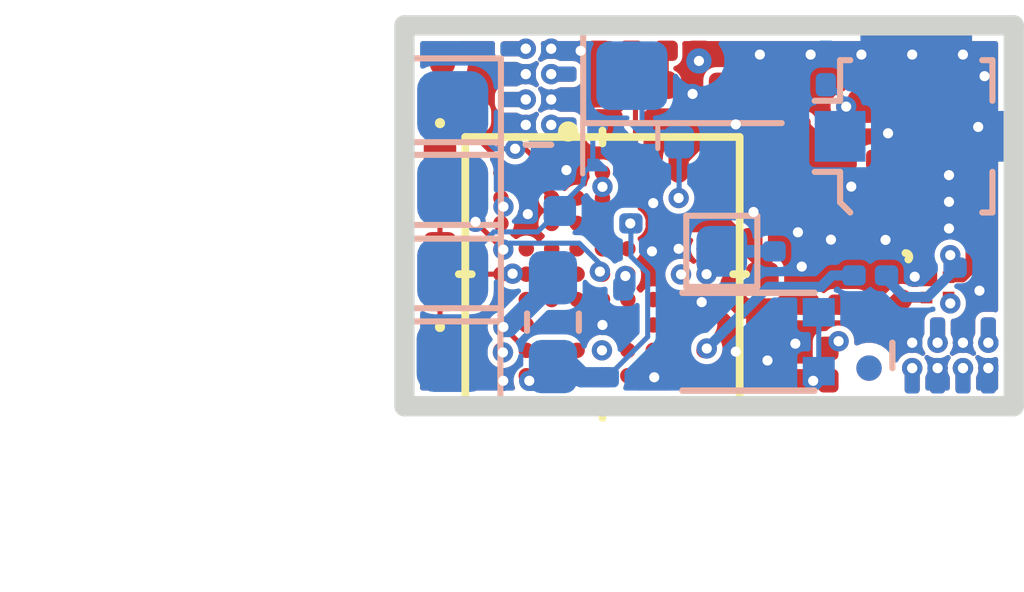
<source format=kicad_pcb>
(kicad_pcb (version 20171130) (host pcbnew "(5.1.4)-1")
  (layers (0 F.Cu signal) (1 In1.Cu_Gnd signal) (2 In2.Cu_3V3 signal) (31 B.Cu signal) (34 B.Paste user) (35 F.Paste user) (36 B.SilkS user hide) (37 F.SilkS user) (38 B.Mask user) (39 F.Mask user) (44 Edge.Cuts user))
  (net 0 "")
  (net 1 GND)
  (net 2 VDDRF1V5)
  (net 3 VR_PA)
  (net 4 3.3-5V_IN)
  (net 5 BIND_BUT)
  (net 6 +3V3)
  (net 7 "Net-(C8-Pad1)")
  (net 8 "Net-(C13-Pad2)")
  (net 9 "Net-(C14-Pad2)")
  (net 10 "Net-(C15-Pad1)")
  (net 11 XI)
  (net 12 "Net-(C18-Pad2)")
  (net 13 "Net-(C18-Pad1)")
  (net 14 "Net-(C19-Pad1)")
  (net 15 RFI_N)
  (net 16 RF2)
  (net 17 RFI_P)
  (net 18 XO)
  (net 19 RF1)
  (net 20 "Net-(C26-Pad1)")
  (net 21 "Net-(D1-Pad1)")
  (net 22 "Net-(D2-Pad1)")
  (net 23 "Net-(L1-Pad1)")
  (net 24 LED1)
  (net 25 LED2)
  (net 26 Boot0)
  (net 27 RFSW_CRTL)
  (net 28 UART_RX)
  (net 29 UART_TX)
  (net 30 "Net-(U1-PadB3)")
  (net 31 "Net-(U1-PadB4)")
  (net 32 "Net-(U1-PadB6)")
  (net 33 "Net-(U1-PadB9)")
  (net 34 "Net-(U1-PadC2)")
  (net 35 "Net-(U1-PadC3)")
  (net 36 "Net-(U1-PadC4)")
  (net 37 "Net-(U1-PadC5)")
  (net 38 "Net-(U1-PadC6)")
  (net 39 "Net-(U1-PadC7)")
  (net 40 "Net-(U1-PadD2)")
  (net 41 "Net-(U1-PadD3)")
  (net 42 "Net-(U1-PadD4)")
  (net 43 "Net-(U1-PadD5)")
  (net 44 "Net-(U1-PadD6)")
  (net 45 "Net-(U1-PadD8)")
  (net 46 "Net-(U1-PadE4)")
  (net 47 "Net-(U1-PadE6)")
  (net 48 "Net-(U1-PadE7)")
  (net 49 "Net-(U1-PadF1)")
  (net 50 "Net-(U1-PadF2)")
  (net 51 "Net-(U1-PadF4)")
  (net 52 "Net-(U1-PadF6)")
  (net 53 "Net-(U1-PadG2)")
  (net 54 "Net-(U1-PadG3)")
  (net 55 "Net-(U1-PadG4)")
  (net 56 "Net-(U1-PadH2)")
  (net 57 "Net-(U1-PadH3)")
  (net 58 "Net-(U1-PadH4)")
  (net 59 "Net-(U1-PadJ3)")
  (net 60 "Net-(U1-PadJ8)")
  (net 61 "Net-(U1-PadH1)")
  (net 62 "Net-(U1-PadC1)")
  (net 63 "Net-(U1-PadE1)")
  (net 64 "Net-(U1-PadF3)")
  (net 65 "Net-(U1-PadD7)")
  (module ftprnts:BGS12PL6E6327XTSA1 (layer F.Cu) (at 130.5 55.96)
    (fp_text reference U3 hide)
    (fp_text value BGS12PL6E6327XTSA1 hide)
    (pad 1 smd rect (at -0.2159 -0.399999) (size 0.2286 0.2286) (layers F.Cu F.Paste F.Mask) (net 16 RF2))
    (pad 2 smd rect (at -0.2159 0) (size 0.2286 0.2286) (layers F.Cu F.Paste F.Mask) (net 1 GND))
    (pad 3 smd rect (at -0.2159 0.399999) (size 0.2286 0.2286) (layers F.Cu F.Paste F.Mask) (net 19 RF1))
    (pad 4 smd rect (at 0.2159 0.399999) (size 0.2286 0.2286) (layers F.Cu F.Paste F.Mask) (net 6 +3V3))
    (pad 5 smd rect (at 0.2159 0) (size 0.2286 0.2286) (layers F.Cu F.Paste F.Mask) (net 13 "Net-(C18-Pad1)"))
    (pad 6 smd rect (at 0.2159 -0.399999) (size 0.2286 0.2286) (layers F.Cu F.Paste F.Mask) (net 8 "Net-(C13-Pad2)"))
  )
  (module Inductor_SMD:L_0603_1608Metric_Pad1.05x0.95mm_HandSolder (layer B.Cu) (at 122.925 56.845 270)
    (fp_text reference L1 hide)
    (fp_text value 15µH hide)
    (pad 2 smd roundrect (at 0.875 0 270) (size 1.05 0.95) (layers B.Cu B.Paste B.Mask) (net 2 VDDRF1V5))
    (pad 1 smd roundrect (at -0.875 0 270) (size 1.05 0.95) (layers B.Cu B.Paste B.Mask) (net 23 "Net-(L1-Pad1)"))
  )
  (module ftprnts:LED_0402_1005Metric_dense (layer F.Cu) (at 120.7 55.85 90)
    (fp_text reference D2 hide)
    (fp_text value LED_WHITE hide)
    (pad 2 smd roundrect (at 0.485 0 90) (size 0.59 0.64) (layers F.Cu F.Paste F.Mask) (net 6 +3V3))
    (pad 1 smd roundrect (at -0.485 0 90) (size 0.59 0.64) (layers F.Cu F.Paste F.Mask) (net 22 "Net-(D2-Pad1)"))
  )
  (module ftprnts:LED_0402_1005Metric_dense (layer F.Cu) (at 120.7 54.015 270)
    (fp_text reference D1 hide)
    (fp_text value LED_BLUE hide)
    (pad 2 smd roundrect (at 0.485 0 270) (size 0.59 0.64) (layers F.Cu F.Paste F.Mask) (net 6 +3V3))
    (pad 1 smd roundrect (at -0.485 0 270) (size 0.59 0.64) (layers F.Cu F.Paste F.Mask) (net 21 "Net-(D1-Pad1)"))
  )
  (module ftprnts:STM32WLE5JBI6 (layer F.Cu) (at 123.9 55.9 90)
    (fp_text reference U1 hide)
    (fp_text value STM32WLE5JBI6 hide)
    (pad A1 smd circle (at -2 -2 90) (size 0.3048 0.3048) (layers F.Cu F.Paste F.Mask) (net 1 GND))
    (pad A2 smd circle (at -1.5 -2 90) (size 0.3048 0.3048) (layers F.Cu F.Paste F.Mask) (net 6 +3V3))
    (pad A4 smd circle (at -0.5 -2 90) (size 0.3048 0.3048) (layers F.Cu F.Paste F.Mask) (net 25 LED2))
    (pad A5 smd circle (at 0 -2 90) (size 0.3048 0.3048) (layers F.Cu F.Paste F.Mask) (net 6 +3V3))
    (pad A7 smd circle (at 1 -2 90) (size 0.3048 0.3048) (layers F.Cu F.Paste F.Mask) (net 6 +3V3))
    (pad A8 smd circle (at 1.5 -2 90) (size 0.3048 0.3048) (layers F.Cu F.Paste F.Mask) (net 6 +3V3))
    (pad A9 smd circle (at 2 -2 90) (size 0.3048 0.3048) (layers F.Cu F.Paste F.Mask) (net 24 LED1))
    (pad B1 smd circle (at -2 -1.5 90) (size 0.3048 0.3048) (layers F.Cu F.Paste F.Mask) (net 2 VDDRF1V5))
    (pad B2 smd circle (at -1.5 -1.5 90) (size 0.3048 0.3048) (layers F.Cu F.Paste F.Mask) (net 23 "Net-(L1-Pad1)"))
    (pad B3 smd circle (at -1 -1.5 90) (size 0.3048 0.3048) (layers F.Cu F.Paste F.Mask) (net 30 "Net-(U1-PadB3)"))
    (pad B4 smd circle (at -0.5 -1.5 90) (size 0.3048 0.3048) (layers F.Cu F.Paste F.Mask) (net 31 "Net-(U1-PadB4)"))
    (pad B5 smd circle (at 0 -1.5 90) (size 0.3048 0.3048) (layers F.Cu F.Paste F.Mask) (net 6 +3V3))
    (pad B6 smd circle (at 0.5 -1.5 90) (size 0.3048 0.3048) (layers F.Cu F.Paste F.Mask) (net 32 "Net-(U1-PadB6)"))
    (pad B7 smd circle (at 1 -1.5 90) (size 0.3048 0.3048) (layers F.Cu F.Paste F.Mask) (net 1 GND))
    (pad B8 smd circle (at 1.5 -1.5 90) (size 0.3048 0.3048) (layers F.Cu F.Paste F.Mask) (net 1 GND))
    (pad B9 smd circle (at 2 -1.5 90) (size 0.3048 0.3048) (layers F.Cu F.Paste F.Mask) (net 33 "Net-(U1-PadB9)"))
    (pad C1 smd circle (at -2 -1 90) (size 0.3048 0.3048) (layers F.Cu F.Paste F.Mask) (net 62 "Net-(U1-PadC1)"))
    (pad C2 smd circle (at -1.5 -1 90) (size 0.3048 0.3048) (layers F.Cu F.Paste F.Mask) (net 34 "Net-(U1-PadC2)"))
    (pad C3 smd circle (at -1 -1 90) (size 0.3048 0.3048) (layers F.Cu F.Paste F.Mask) (net 35 "Net-(U1-PadC3)"))
    (pad C4 smd circle (at -0.5 -1 90) (size 0.3048 0.3048) (layers F.Cu F.Paste F.Mask) (net 36 "Net-(U1-PadC4)"))
    (pad C5 smd circle (at 0 -1 90) (size 0.3048 0.3048) (layers F.Cu F.Paste F.Mask) (net 37 "Net-(U1-PadC5)"))
    (pad C6 smd circle (at 0.5 -1 90) (size 0.3048 0.3048) (layers F.Cu F.Paste F.Mask) (net 38 "Net-(U1-PadC6)"))
    (pad C7 smd circle (at 1 -1 90) (size 0.3048 0.3048) (layers F.Cu F.Paste F.Mask) (net 39 "Net-(U1-PadC7)"))
    (pad C8 smd circle (at 1.5 -1 90) (size 0.3048 0.3048) (layers F.Cu F.Paste F.Mask) (net 28 UART_RX))
    (pad D2 smd circle (at -1.5 -0.5 90) (size 0.3048 0.3048) (layers F.Cu F.Paste F.Mask) (net 40 "Net-(U1-PadD2)"))
    (pad D3 smd circle (at -1 -0.5 90) (size 0.3048 0.3048) (layers F.Cu F.Paste F.Mask) (net 41 "Net-(U1-PadD3)"))
    (pad D4 smd circle (at -0.5 -0.5 90) (size 0.3048 0.3048) (layers F.Cu F.Paste F.Mask) (net 42 "Net-(U1-PadD4)"))
    (pad D5 smd circle (at 0 -0.5 90) (size 0.3048 0.3048) (layers F.Cu F.Paste F.Mask) (net 43 "Net-(U1-PadD5)"))
    (pad D6 smd circle (at 0.5 -0.5 90) (size 0.3048 0.3048) (layers F.Cu F.Paste F.Mask) (net 44 "Net-(U1-PadD6)"))
    (pad D7 smd circle (at 1 -0.5 90) (size 0.3048 0.3048) (layers F.Cu F.Paste F.Mask) (net 65 "Net-(U1-PadD7)"))
    (pad D8 smd circle (at 1.5 -0.5 90) (size 0.3048 0.3048) (layers F.Cu F.Paste F.Mask) (net 45 "Net-(U1-PadD8)"))
    (pad D9 smd circle (at 2 -0.5 90) (size 0.3048 0.3048) (layers F.Cu F.Paste F.Mask) (net 1 GND))
    (pad E1 smd circle (at -2 0 90) (size 0.3048 0.3048) (layers F.Cu F.Paste F.Mask) (net 63 "Net-(U1-PadE1)"))
    (pad E2 smd circle (at -1.5 0 90) (size 0.3048 0.3048) (layers F.Cu F.Paste F.Mask) (net 6 +3V3))
    (pad E3 smd circle (at -1 0 90) (size 0.3048 0.3048) (layers F.Cu F.Paste F.Mask) (net 1 GND))
    (pad E4 smd circle (at -0.5 0 90) (size 0.3048 0.3048) (layers F.Cu F.Paste F.Mask) (net 46 "Net-(U1-PadE4)"))
    (pad E5 smd circle (at 0 0 90) (size 0.3048 0.3048) (layers F.Cu F.Paste F.Mask) (net 29 UART_TX))
    (pad E6 smd circle (at 0.5 0 90) (size 0.3048 0.3048) (layers F.Cu F.Paste F.Mask) (net 47 "Net-(U1-PadE6)"))
    (pad E7 smd circle (at 1 0 90) (size 0.3048 0.3048) (layers F.Cu F.Paste F.Mask) (net 48 "Net-(U1-PadE7)"))
    (pad E8 smd circle (at 1.5 0 90) (size 0.3048 0.3048) (layers F.Cu F.Paste F.Mask) (net 6 +3V3))
    (pad E9 smd circle (at 2 0 90) (size 0.3048 0.3048) (layers F.Cu F.Paste F.Mask) (net 6 +3V3))
    (pad F1 smd circle (at -2 0.5 90) (size 0.3048 0.3048) (layers F.Cu F.Paste F.Mask) (net 49 "Net-(U1-PadF1)"))
    (pad F2 smd circle (at -1.5 0.5 90) (size 0.3048 0.3048) (layers F.Cu F.Paste F.Mask) (net 50 "Net-(U1-PadF2)"))
    (pad F3 smd circle (at -1 0.5 90) (size 0.3048 0.3048) (layers F.Cu F.Paste F.Mask) (net 64 "Net-(U1-PadF3)"))
    (pad F4 smd circle (at -0.5 0.5 90) (size 0.3048 0.3048) (layers F.Cu F.Paste F.Mask) (net 51 "Net-(U1-PadF4)"))
    (pad F5 smd circle (at 0 0.5 90) (size 0.3048 0.3048) (layers F.Cu F.Paste F.Mask) (net 7 "Net-(C8-Pad1)"))
    (pad F6 smd circle (at 0.5 0.5 90) (size 0.3048 0.3048) (layers F.Cu F.Paste F.Mask) (net 52 "Net-(U1-PadF6)"))
    (pad F7 smd circle (at 1 0.5 90) (size 0.3048 0.3048) (layers F.Cu F.Paste F.Mask) (net 2 VDDRF1V5))
    (pad F8 smd circle (at 1.5 0.5 90) (size 0.3048 0.3048) (layers F.Cu F.Paste F.Mask) (net 18 XO))
    (pad G2 smd circle (at -1.5 1 90) (size 0.3048 0.3048) (layers F.Cu F.Paste F.Mask) (net 53 "Net-(U1-PadG2)"))
    (pad G3 smd circle (at -1 1 90) (size 0.3048 0.3048) (layers F.Cu F.Paste F.Mask) (net 54 "Net-(U1-PadG3)"))
    (pad G4 smd circle (at -0.5 1 90) (size 0.3048 0.3048) (layers F.Cu F.Paste F.Mask) (net 55 "Net-(U1-PadG4)"))
    (pad G5 smd circle (at 0 1 90) (size 0.3048 0.3048) (layers F.Cu F.Paste F.Mask) (net 1 GND))
    (pad G6 smd circle (at 0.5 1 90) (size 0.3048 0.3048) (layers F.Cu F.Paste F.Mask) (net 1 GND))
    (pad G7 smd circle (at 1 1 90) (size 0.3048 0.3048) (layers F.Cu F.Paste F.Mask) (net 1 GND))
    (pad G8 smd circle (at 1.5 1 90) (size 0.3048 0.3048) (layers F.Cu F.Paste F.Mask) (net 1 GND))
    (pad G9 smd circle (at 2 1 90) (size 0.3048 0.3048) (layers F.Cu F.Paste F.Mask) (net 11 XI))
    (pad H1 smd circle (at -2 1.5 90) (size 0.3048 0.3048) (layers F.Cu F.Paste F.Mask) (net 61 "Net-(U1-PadH1)"))
    (pad H2 smd circle (at -1.5 1.5 90) (size 0.3048 0.3048) (layers F.Cu F.Paste F.Mask) (net 56 "Net-(U1-PadH2)"))
    (pad H3 smd circle (at -1 1.5 90) (size 0.3048 0.3048) (layers F.Cu F.Paste F.Mask) (net 57 "Net-(U1-PadH3)"))
    (pad H4 smd circle (at -0.5 1.5 90) (size 0.3048 0.3048) (layers F.Cu F.Paste F.Mask) (net 58 "Net-(U1-PadH4)"))
    (pad H5 smd circle (at 0 1.5 90) (size 0.3048 0.3048) (layers F.Cu F.Paste F.Mask) (net 6 +3V3))
    (pad H6 smd circle (at 0.5 1.5 90) (size 0.3048 0.3048) (layers F.Cu F.Paste F.Mask) (net 1 GND))
    (pad H7 smd circle (at 1 1.5 90) (size 0.3048 0.3048) (layers F.Cu F.Paste F.Mask) (net 15 RFI_N))
    (pad H8 smd circle (at 1.5 1.5 90) (size 0.3048 0.3048) (layers F.Cu F.Paste F.Mask) (net 6 +3V3))
    (pad H9 smd circle (at 2 1.5 90) (size 0.3048 0.3048) (layers F.Cu F.Paste F.Mask) (net 3 VR_PA))
    (pad J1 smd circle (at -2 2 90) (size 0.3048 0.3048) (layers F.Cu F.Paste F.Mask) (net 5 BIND_BUT))
    (pad J2 smd circle (at -1.5 2 90) (size 0.3048 0.3048) (layers F.Cu F.Paste F.Mask) (net 27 RFSW_CRTL))
    (pad J3 smd circle (at -1 2 90) (size 0.3048 0.3048) (layers F.Cu F.Paste F.Mask) (net 59 "Net-(U1-PadJ3)"))
    (pad J5 smd circle (at 0 2 90) (size 0.3048 0.3048) (layers F.Cu F.Paste F.Mask) (net 26 Boot0))
    (pad J6 smd circle (at 0.5 2 90) (size 0.3048 0.3048) (layers F.Cu F.Paste F.Mask) (net 17 RFI_P))
    (pad J8 smd circle (at 1.5 2 90) (size 0.3048 0.3048) (layers F.Cu F.Paste F.Mask) (net 60 "Net-(U1-PadJ8)"))
    (pad J9 smd circle (at 2 2 90) (size 0.3048 0.3048) (layers F.Cu F.Paste F.Mask) (net 9 "Net-(C14-Pad2)"))
  )
  (module Capacitor_Tantalum_SMD:CP_EIA-3216-18_Kemet-A (layer B.Cu) (at 125.83 51.99)
    (fp_text reference C12 hide)
    (fp_text value 100uF hide)
    (pad 1 smd roundrect (at -1.35 0) (size 1.4 1.35) (layers B.Cu B.Paste B.Mask) (roundrect_rratio 0.185185) (net 6 +3V3))
    (pad 2 smd roundrect (at 1.35 0) (size 1.4 1.35) (layers B.Cu B.Paste B.Mask) (roundrect_rratio 0.185185) (net 1 GND))
  )
  (module Connector_Coaxial:U.FL_Molex_MCRF_73412-0110_Vertical (layer B.Cu) (at 130.08 53.185 90)
    (fp_text reference J1 hide)
    (fp_text value u.fl hide)
    (pad 2 smd rect (at -1.475 0 90) (size 1.05 2.2) (layers B.Cu B.Paste B.Mask) (net 1 GND))
    (pad 2 smd rect (at 1.475 0 90) (size 1.05 2.2) (layers B.Cu B.Paste B.Mask) (net 1 GND))
    (pad 2 smd rect (at 0 1.5 90) (size 1 1) (layers B.Cu B.Paste B.Mask) (net 1 GND))
    (pad 1 smd rect (at 0 -1.5 90) (size 1 1) (layers B.Cu B.Paste B.Mask) (net 20 "Net-(C26-Pad1)"))
  )
  (module ftprnts:EVPBL9A2B000 (layer B.Cu) (at 126.775 57.23 180)
    (fp_text reference SW1 hide)
    (fp_text value SW_Push hide)
    (pad 1 smd rect (at -1.385 0.58 180) (size 0.63 0.56) (layers B.Cu B.Paste B.Mask) (net 5 BIND_BUT))
    (pad 1 smd rect (at -1.385 -0.58 180) (size 0.63 0.56) (layers B.Cu B.Paste B.Mask) (net 5 BIND_BUT))
    (pad 2 smd rect (at 1.385 0.58 180) (size 0.63 0.56) (layers B.Cu B.Paste B.Mask) (net 1 GND))
    (pad 2 smd rect (at 1.385 -0.58 180) (size 0.63 0.56) (layers B.Cu B.Paste B.Mask) (net 1 GND))
  )
  (module ftprnts:R_0201_0603Metric_dense (layer B.Cu) (at 129.175 55.925 180)
    (fp_text reference R5 hide)
    (fp_text value 100R hide)
    (pad 2 smd roundrect (at 0.32 0 180) (size 0.46 0.4) (layers B.Cu B.Mask) (net 27 RFSW_CRTL))
    (pad 1 smd roundrect (at -0.32 0 180) (size 0.46 0.4) (layers B.Cu B.Mask) (net 8 "Net-(C13-Pad2)"))
  )
  (module ftprnts:R_0201_0603Metric_dense (layer B.Cu) (at 127.6 55.45 180)
    (fp_text reference R4 hide)
    (fp_text value 10k hide)
    (pad 2 smd roundrect (at 0.32 0 180) (size 0.46 0.4) (layers B.Cu B.Mask) (net 26 Boot0))
    (pad 1 smd roundrect (at -0.32 0 180) (size 0.46 0.4) (layers B.Cu B.Mask) (net 1 GND))
  )
  (module ftprnts:R_0201_0603Metric_dense (layer F.Cu) (at 128.35 57.68 90)
    (fp_text reference R3 hide)
    (fp_text value 10k hide)
    (pad 2 smd roundrect (at 0.32 0 90) (size 0.46 0.4) (layers F.Cu F.Mask) (net 6 +3V3))
    (pad 1 smd roundrect (at -0.32 0 90) (size 0.46 0.4) (layers F.Cu F.Mask) (net 5 BIND_BUT))
  )
  (module ftprnts:R_0201_0603Metric_dense (layer F.Cu) (at 120.7 57.4 90)
    (fp_text reference R2 hide)
    (fp_text value 270R hide)
    (pad 2 smd roundrect (at 0.32 0 90) (size 0.46 0.4) (layers F.Cu F.Mask) (net 22 "Net-(D2-Pad1)"))
    (pad 1 smd roundrect (at -0.32 0 90) (size 0.46 0.4) (layers F.Cu F.Mask) (net 25 LED2))
  )
  (module ftprnts:R_0201_0603Metric_dense (layer F.Cu) (at 121.05 52.8 180)
    (fp_text reference R1 hide)
    (fp_text value 270R hide)
    (pad 2 smd roundrect (at 0.32 0 180) (size 0.46 0.4) (layers F.Cu F.Mask) (net 21 "Net-(D1-Pad1)"))
    (pad 1 smd roundrect (at -0.32 0 180) (size 0.46 0.4) (layers F.Cu F.Mask) (net 24 LED1))
  )
  (module ftprnts:L_0402_1005Metric_dense (layer B.Cu) (at 125.895 53.3)
    (fp_text reference C5 hide)
    (fp_text value 10µF hide)
    (pad 2 smd roundrect (at 0.485 0) (size 0.59 0.64) (layers B.Cu B.Paste B.Mask) (net 1 GND))
    (pad 1 smd roundrect (at -0.485 0) (size 0.59 0.64) (layers B.Cu B.Paste B.Mask) (net 6 +3V3))
  )
  (module ftprnts:L_0402_1005Metric_dense (layer B.Cu) (at 123.06 54.17 90)
    (fp_text reference C3 hide)
    (fp_text value 10µF hide)
    (pad 2 smd roundrect (at 0.485 0 90) (size 0.59 0.64) (layers B.Cu B.Paste B.Mask) (net 1 GND))
    (pad 1 smd roundrect (at -0.485 0 90) (size 0.59 0.64) (layers B.Cu B.Paste B.Mask) (net 4 3.3-5V_IN))
  )
  (module Package_DFN_QFN:UDFN-4_1x1mm_P0.65mm (layer B.Cu) (at 124.25 53.425 180)
    (fp_text reference U2 hide)
    (fp_text value NCP160 hide)
    (pad 5 smd rect (at 0 0.17 225) (size 0.24 0.24) (layers B.Cu B.Paste B.Mask) (net 1 GND))
    (pad 5 smd rect (at -0.17 0 225) (size 0.24 0.24) (layers B.Cu B.Paste B.Mask) (net 1 GND))
    (pad 5 smd rect (at 0.17 0 225) (size 0.24 0.24) (layers B.Cu B.Paste B.Mask) (net 1 GND))
    (pad 3 smd rect (at 0.345 -0.415 90) (size 0.07 0.19) (layers B.Cu B.Paste B.Mask) (net 4 3.3-5V_IN))
    (pad 1 smd trapezoid (at -0.38 0.35) (size 0.2 0.2) (rect_delta 0 -0.19999) (layers B.Cu B.Paste B.Mask) (net 6 +3V3))
    (pad 3 smd trapezoid (at 0.43 -0.29 180) (size 0.18 0.18) (rect_delta 0 -0.17999) (layers B.Cu B.Paste B.Mask) (net 4 3.3-5V_IN))
    (pad 3 smd rect (at 0.54 -0.325 270) (size 0.25 0.22) (layers B.Cu B.Paste B.Mask) (net 4 3.3-5V_IN))
    (pad 4 smd rect (at 0.34 0.415 90) (size 0.07 0.19) (layers B.Cu B.Paste B.Mask) (net 4 3.3-5V_IN))
    (pad 4 smd trapezoid (at 0.425 0.29 270) (size 0.18 0.18) (rect_delta 0.1799 0) (layers B.Cu B.Paste B.Mask) (net 4 3.3-5V_IN))
    (pad 4 smd rect (at 0.54 0.325 270) (size 0.25 0.22) (layers B.Cu B.Paste B.Mask) (net 4 3.3-5V_IN))
    (pad 1 smd rect (at -0.54 0.325 270) (size 0.25 0.22) (layers B.Cu B.Paste B.Mask) (net 6 +3V3))
    (pad 5 smd rect (at 0 -0.17 225) (size 0.24 0.24) (layers B.Cu B.Paste B.Mask) (net 1 GND))
    (pad 2 smd rect (at -0.54 -0.325 270) (size 0.25 0.22) (layers B.Cu B.Paste B.Mask) (net 1 GND))
    (pad 1 smd trapezoid (at -0.43 0.3) (size 0.2 0.2) (rect_delta 0 -0.19999) (layers B.Cu B.Paste B.Mask) (net 6 +3V3))
    (pad 2 smd trapezoid (at -0.43 -0.29 90) (size 0.18 0.18) (rect_delta 0.1799 0) (layers B.Cu B.Paste B.Mask) (net 1 GND))
    (pad 2 smd rect (at -0.345 -0.415 90) (size 0.07 0.19) (layers B.Cu B.Paste B.Mask) (net 1 GND))
  )
  (module TestPoint:TestPoint_Pad_1.0x1.0mm (layer B.Cu) (at 126.25 55.45)
    (fp_text reference TP1 hide)
    (fp_text value "Pad 1x1mm" hide)
    (pad 1 smd roundrect (at 0 0) (size 1 1) (layers B.Cu B.Mask) (net 26 Boot0))
  )
  (module ftprnts:0805_low_esl_cap_avx_w_via_dense (layer B.Cu) (at 122.64 52.21)
    (fp_text reference C11 hide)
    (fp_text value 2.2uF hide)
    (pad 2 thru_hole circle (at -0.25 0.25) (size 0.4 0.4) (drill 0.2) (layers *.Cu) (net 6 +3V3))
    (pad 1 thru_hole circle (at -0.25 -0.25) (size 0.4 0.4) (drill 0.2) (layers *.Cu) (net 1 GND))
    (pad 2 smd roundrect (at -0.5 0.25) (size 0.5 0.3) (layers B.Cu B.Paste B.Mask) (net 6 +3V3))
    (pad 1 smd roundrect (at -0.5 -0.25) (size 0.5 0.3) (layers B.Cu B.Paste B.Mask) (net 1 GND))
    (pad 2 smd roundrect (at 0.5 -0.25) (size 0.5 0.3) (layers B.Cu B.Paste B.Mask) (net 6 +3V3))
    (pad 1 smd roundrect (at -0.5 0.75) (size 0.5 0.3) (layers B.Cu B.Paste B.Mask) (net 1 GND))
    (pad 2 smd roundrect (at 0.5 0.75) (size 0.5 0.3) (layers B.Cu B.Paste B.Mask) (net 6 +3V3))
    (pad 1 smd roundrect (at 0.5 0.25) (size 0.5 0.3) (layers B.Cu B.Paste B.Mask) (net 1 GND))
    (pad 2 smd roundrect (at -0.5 -0.75) (size 0.5 0.3) (layers B.Cu B.Paste B.Mask) (net 6 +3V3))
    (pad 1 smd roundrect (at 0.5 -0.75) (size 0.5 0.3) (layers B.Cu B.Paste B.Mask) (net 1 GND))
    (pad 2 thru_hole circle (at -0.25 -0.75) (size 0.4 0.4) (drill 0.2) (layers *.Cu) (net 6 +3V3))
    (pad 2 thru_hole circle (at 0.25 -0.25) (size 0.4 0.4) (drill 0.2) (layers *.Cu) (net 6 +3V3))
    (pad 1 thru_hole circle (at -0.25 0.75) (size 0.4 0.4) (drill 0.2) (layers *.Cu) (net 1 GND))
    (pad 1 thru_hole circle (at 0.25 -0.75) (size 0.4 0.4) (drill 0.2) (layers *.Cu) (net 1 GND))
    (pad 1 thru_hole circle (at 0.25 0.25) (size 0.4 0.4) (drill 0.2) (layers *.Cu) (net 1 GND))
    (pad 2 thru_hole circle (at 0.25 0.75) (size 0.4 0.4) (drill 0.2) (layers *.Cu) (net 6 +3V3))
  )
  (module ftprnts:0805_low_esl_cap_avx_w_via_dense (layer F.Cu) (at 130.75 57.5 90)
    (fp_text reference C10 hide)
    (fp_text value 2.2uF hide)
    (pad 2 thru_hole circle (at -0.25 -0.25 90) (size 0.4 0.4) (drill 0.2) (layers *.Cu) (net 1 GND))
    (pad 1 thru_hole circle (at -0.25 0.25 90) (size 0.4 0.4) (drill 0.2) (layers *.Cu) (net 6 +3V3))
    (pad 2 smd roundrect (at -0.5 -0.25 90) (size 0.5 0.3) (layers F.Cu F.Paste F.Mask) (net 1 GND))
    (pad 1 smd roundrect (at -0.5 0.25 90) (size 0.5 0.3) (layers F.Cu F.Paste F.Mask) (net 6 +3V3))
    (pad 2 smd roundrect (at 0.5 0.25 90) (size 0.5 0.3) (layers F.Cu F.Paste F.Mask) (net 1 GND))
    (pad 1 smd roundrect (at -0.5 -0.75 90) (size 0.5 0.3) (layers F.Cu F.Paste F.Mask) (net 6 +3V3))
    (pad 2 smd roundrect (at 0.5 -0.75 90) (size 0.5 0.3) (layers F.Cu F.Paste F.Mask) (net 1 GND))
    (pad 1 smd roundrect (at 0.5 -0.25 90) (size 0.5 0.3) (layers F.Cu F.Paste F.Mask) (net 6 +3V3))
    (pad 2 smd roundrect (at -0.5 0.75 90) (size 0.5 0.3) (layers F.Cu F.Paste F.Mask) (net 1 GND))
    (pad 1 smd roundrect (at 0.5 0.75 90) (size 0.5 0.3) (layers F.Cu F.Paste F.Mask) (net 6 +3V3))
    (pad 2 thru_hole circle (at -0.25 0.75 90) (size 0.4 0.4) (drill 0.2) (layers *.Cu) (net 1 GND))
    (pad 2 thru_hole circle (at 0.25 0.25 90) (size 0.4 0.4) (drill 0.2) (layers *.Cu) (net 1 GND))
    (pad 1 thru_hole circle (at -0.25 -0.75 90) (size 0.4 0.4) (drill 0.2) (layers *.Cu) (net 6 +3V3))
    (pad 1 thru_hole circle (at 0.25 0.75 90) (size 0.4 0.4) (drill 0.2) (layers *.Cu) (net 6 +3V3))
    (pad 1 thru_hole circle (at 0.25 -0.25 90) (size 0.4 0.4) (drill 0.2) (layers *.Cu) (net 6 +3V3))
    (pad 2 thru_hole circle (at 0.25 -0.75 90) (size 0.4 0.4) (drill 0.2) (layers *.Cu) (net 1 GND))
  )
  (module ftprnts:0805_low_esl_cap_avx_w_via_dense (layer B.Cu) (at 130.75 57.5 90)
    (fp_text reference C9 hide)
    (fp_text value 2.2uF hide)
    (pad 2 thru_hole circle (at -0.25 0.25 90) (size 0.4 0.4) (drill 0.2) (layers *.Cu) (net 6 +3V3))
    (pad 1 thru_hole circle (at -0.25 -0.25 90) (size 0.4 0.4) (drill 0.2) (layers *.Cu) (net 1 GND))
    (pad 2 smd roundrect (at -0.5 0.25 90) (size 0.5 0.3) (layers B.Cu B.Paste B.Mask) (net 6 +3V3))
    (pad 1 smd roundrect (at -0.5 -0.25 90) (size 0.5 0.3) (layers B.Cu B.Paste B.Mask) (net 1 GND))
    (pad 2 smd roundrect (at 0.5 -0.25 90) (size 0.5 0.3) (layers B.Cu B.Paste B.Mask) (net 6 +3V3))
    (pad 1 smd roundrect (at -0.5 0.75 90) (size 0.5 0.3) (layers B.Cu B.Paste B.Mask) (net 1 GND))
    (pad 2 smd roundrect (at 0.5 0.75 90) (size 0.5 0.3) (layers B.Cu B.Paste B.Mask) (net 6 +3V3))
    (pad 1 smd roundrect (at 0.5 0.25 90) (size 0.5 0.3) (layers B.Cu B.Paste B.Mask) (net 1 GND))
    (pad 2 smd roundrect (at -0.5 -0.75 90) (size 0.5 0.3) (layers B.Cu B.Paste B.Mask) (net 6 +3V3))
    (pad 1 smd roundrect (at 0.5 -0.75 90) (size 0.5 0.3) (layers B.Cu B.Paste B.Mask) (net 1 GND))
    (pad 2 thru_hole circle (at -0.25 -0.75 90) (size 0.4 0.4) (drill 0.2) (layers *.Cu) (net 6 +3V3))
    (pad 2 thru_hole circle (at 0.25 -0.25 90) (size 0.4 0.4) (drill 0.2) (layers *.Cu) (net 6 +3V3))
    (pad 1 thru_hole circle (at -0.25 0.75 90) (size 0.4 0.4) (drill 0.2) (layers *.Cu) (net 1 GND))
    (pad 1 thru_hole circle (at 0.25 -0.75 90) (size 0.4 0.4) (drill 0.2) (layers *.Cu) (net 1 GND))
    (pad 1 thru_hole circle (at 0.25 0.25 90) (size 0.4 0.4) (drill 0.2) (layers *.Cu) (net 1 GND))
    (pad 2 thru_hole circle (at 0.25 0.75 90) (size 0.4 0.4) (drill 0.2) (layers *.Cu) (net 6 +3V3))
  )
  (module ftprnts:0805_low_esl_cap_avx_w_via_dense (layer F.Cu) (at 122.64 52.21 180)
    (fp_text reference C7 hide)
    (fp_text value 2.2uF hide)
    (pad 2 thru_hole circle (at -0.25 -0.25 180) (size 0.4 0.4) (drill 0.2) (layers *.Cu) (net 1 GND))
    (pad 1 thru_hole circle (at -0.25 0.25 180) (size 0.4 0.4) (drill 0.2) (layers *.Cu) (net 6 +3V3))
    (pad 2 smd roundrect (at -0.5 -0.25 180) (size 0.5 0.3) (layers F.Cu F.Paste F.Mask) (net 1 GND))
    (pad 1 smd roundrect (at -0.5 0.25 180) (size 0.5 0.3) (layers F.Cu F.Paste F.Mask) (net 6 +3V3))
    (pad 2 smd roundrect (at 0.5 0.25 180) (size 0.5 0.3) (layers F.Cu F.Paste F.Mask) (net 1 GND))
    (pad 1 smd roundrect (at -0.5 -0.75 180) (size 0.5 0.3) (layers F.Cu F.Paste F.Mask) (net 6 +3V3))
    (pad 2 smd roundrect (at 0.5 -0.75 180) (size 0.5 0.3) (layers F.Cu F.Paste F.Mask) (net 1 GND))
    (pad 1 smd roundrect (at 0.5 -0.25 180) (size 0.5 0.3) (layers F.Cu F.Paste F.Mask) (net 6 +3V3))
    (pad 2 smd roundrect (at -0.5 0.75 180) (size 0.5 0.3) (layers F.Cu F.Paste F.Mask) (net 1 GND))
    (pad 1 smd roundrect (at 0.5 0.75 180) (size 0.5 0.3) (layers F.Cu F.Paste F.Mask) (net 6 +3V3))
    (pad 2 thru_hole circle (at -0.25 0.75 180) (size 0.4 0.4) (drill 0.2) (layers *.Cu) (net 1 GND))
    (pad 2 thru_hole circle (at 0.25 0.25 180) (size 0.4 0.4) (drill 0.2) (layers *.Cu) (net 1 GND))
    (pad 1 thru_hole circle (at -0.25 -0.75 180) (size 0.4 0.4) (drill 0.2) (layers *.Cu) (net 6 +3V3))
    (pad 1 thru_hole circle (at 0.25 0.75 180) (size 0.4 0.4) (drill 0.2) (layers *.Cu) (net 6 +3V3))
    (pad 1 thru_hole circle (at 0.25 -0.25 180) (size 0.4 0.4) (drill 0.2) (layers *.Cu) (net 6 +3V3))
    (pad 2 thru_hole circle (at 0.25 -0.75 180) (size 0.4 0.4) (drill 0.2) (layers *.Cu) (net 1 GND))
  )
  (module ftprnts:XTAL_ECS-320-8-47-CKM-TR (layer F.Cu) (at 124.5 52.55)
    (fp_text reference Y1 hide)
    (fp_text value 32MHz hide)
    (pad 1 smd roundrect (at -0.525 0.375) (size 0.65 0.55) (layers F.Cu F.Paste F.Mask) (net 18 XO))
    (pad 2 smd roundrect (at 0.525 0.375) (size 0.65 0.55) (layers F.Cu F.Paste F.Mask) (net 1 GND))
    (pad 3 smd roundrect (at 0.525 -0.375) (size 0.65 0.55) (layers F.Cu F.Paste F.Mask) (net 11 XI))
    (pad 4 smd roundrect (at -0.525 -0.375) (size 0.65 0.55) (layers F.Cu F.Paste F.Mask) (net 1 GND))
  )
  (module ftprnts:L_0402_1005Metric_dense (layer F.Cu) (at 129.515 52.6 180)
    (fp_text reference L6 hide)
    (fp_text value 8.7nH hide)
    (pad 2 smd roundrect (at 0.485 0 180) (size 0.59 0.64) (layers F.Cu F.Paste F.Mask) (net 20 "Net-(C26-Pad1)"))
    (pad 1 smd roundrect (at -0.485 0 180) (size 0.59 0.64) (layers F.Cu F.Paste F.Mask) (net 12 "Net-(C18-Pad2)"))
  )
  (module ftprnts:L_0402_1005Metric_dense (layer F.Cu) (at 130.08 54.18 270)
    (fp_text reference L5 hide)
    (fp_text value 8.7nH hide)
    (pad 2 smd roundrect (at 0.485 0 270) (size 0.59 0.64) (layers F.Cu F.Paste F.Mask) (net 16 RF2))
    (pad 1 smd roundrect (at -0.485 0 270) (size 0.59 0.64) (layers F.Cu F.Paste F.Mask) (net 14 "Net-(C19-Pad1)"))
  )
  (module ftprnts:L_0402_1005Metric_dense (layer F.Cu) (at 127.05 56.45 90)
    (fp_text reference L4 hide)
    (fp_text value 11nH hide)
    (pad 2 smd roundrect (at 0.485 0 90) (size 0.59 0.64) (layers F.Cu F.Paste F.Mask) (net 15 RFI_N))
    (pad 1 smd roundrect (at -0.485 0 90) (size 0.59 0.64) (layers F.Cu F.Paste F.Mask) (net 17 RFI_P))
  )
  (module ftprnts:L_0402_1005Metric_dense (layer F.Cu) (at 127.465 53.75)
    (fp_text reference L3 hide)
    (fp_text value 3.6nH hide)
    (pad 2 smd roundrect (at 0.485 0) (size 0.59 0.64) (layers F.Cu F.Paste F.Mask) (net 10 "Net-(C15-Pad1)"))
    (pad 1 smd roundrect (at -0.485 0) (size 0.59 0.64) (layers F.Cu F.Paste F.Mask) (net 9 "Net-(C14-Pad2)"))
  )
  (module ftprnts:L_0402_1005Metric_dense (layer F.Cu) (at 126.775 52.25)
    (fp_text reference L2 hide)
    (fp_text value 33nH hide)
    (pad 2 smd roundrect (at 0.485 0) (size 0.59 0.64) (layers F.Cu F.Paste F.Mask) (net 9 "Net-(C14-Pad2)"))
    (pad 1 smd roundrect (at -0.485 0) (size 0.59 0.64) (layers F.Cu F.Paste F.Mask) (net 3 VR_PA))
  )
  (module ftprnts:C_0201_0603Metric_dense (layer B.Cu) (at 128.3 51.85 90)
    (fp_text reference C26 hide)
    (fp_text value 3.3pF hide)
    (pad 2 smd roundrect (at 0.32 0 90) (size 0.46 0.4) (layers B.Cu B.Mask) (net 1 GND))
    (pad 1 smd roundrect (at -0.32 0 90) (size 0.46 0.4) (layers B.Cu B.Mask) (net 20 "Net-(C26-Pad1)"))
  )
  (module ftprnts:C_0201_0603Metric_dense (layer F.Cu) (at 129.32 56.3 270)
    (fp_text reference C25 hide)
    (fp_text value 1pF hide)
    (pad 2 smd roundrect (at 0.32 0 270) (size 0.46 0.4) (layers F.Cu F.Mask) (net 19 RF1))
    (pad 1 smd roundrect (at -0.32 0 270) (size 0.46 0.4) (layers F.Cu F.Mask) (net 1 GND))
  )
  (module ftprnts:C_0201_0603Metric_dense (layer F.Cu) (at 129.2 54.9 270)
    (fp_text reference C24 hide)
    (fp_text value 1.2pF hide)
    (pad 2 smd roundrect (at 0.32 0 270) (size 0.46 0.4) (layers F.Cu F.Mask) (net 1 GND))
    (pad 1 smd roundrect (at -0.32 0 270) (size 0.46 0.4) (layers F.Cu F.Mask) (net 16 RF2))
  )
  (module ftprnts:C_0201_0603Metric_dense (layer F.Cu) (at 124.15 51.5 180)
    (fp_text reference C23 hide)
    (fp_text value 6.2pF hide)
    (pad 2 smd roundrect (at 0.32 0 180) (size 0.46 0.4) (layers F.Cu F.Mask) (net 1 GND))
    (pad 1 smd roundrect (at -0.32 0 180) (size 0.46 0.4) (layers F.Cu F.Mask) (net 18 XO))
  )
  (module ftprnts:C_0201_0603Metric_dense (layer F.Cu) (at 128.255 56.5 180)
    (fp_text reference C22 hide)
    (fp_text value 3.6pF hide)
    (pad 2 smd roundrect (at 0.32 0 180) (size 0.46 0.4) (layers F.Cu F.Mask) (net 17 RFI_P))
    (pad 1 smd roundrect (at -0.32 0 180) (size 0.46 0.4) (layers F.Cu F.Mask) (net 19 RF1))
  )
  (module ftprnts:C_0201_0603Metric_dense (layer F.Cu) (at 131.1 52.6)
    (fp_text reference C21 hide)
    (fp_text value 3.3pF hide)
    (pad 2 smd roundrect (at 0.32 0) (size 0.46 0.4) (layers F.Cu F.Mask) (net 1 GND))
    (pad 1 smd roundrect (at -0.32 0) (size 0.46 0.4) (layers F.Cu F.Mask) (net 12 "Net-(C18-Pad2)"))
  )
  (module ftprnts:C_0201_0603Metric_dense (layer F.Cu) (at 126.85 54.9 270)
    (fp_text reference C20 hide)
    (fp_text value 2.7pF hide)
    (pad 2 smd roundrect (at 0.32 0 270) (size 0.46 0.4) (layers F.Cu F.Mask) (net 15 RFI_N))
    (pad 1 smd roundrect (at -0.32 0 270) (size 0.46 0.4) (layers F.Cu F.Mask) (net 1 GND))
  )
  (module ftprnts:C_0201_0603Metric_dense (layer F.Cu) (at 129 53.65 180)
    (fp_text reference C19 hide)
    (fp_text value 68pF hide)
    (pad 2 smd roundrect (at 0.32 0 180) (size 0.46 0.4) (layers F.Cu F.Mask) (net 10 "Net-(C15-Pad1)"))
    (pad 1 smd roundrect (at -0.32 0 180) (size 0.46 0.4) (layers F.Cu F.Mask) (net 14 "Net-(C19-Pad1)"))
  )
  (module ftprnts:C_0201_0603Metric_dense (layer F.Cu) (at 131.25 54 90)
    (fp_text reference C18 hide)
    (fp_text value 33pF hide)
    (pad 2 smd roundrect (at 0.32 0 90) (size 0.46 0.4) (layers F.Cu F.Mask) (net 12 "Net-(C18-Pad2)"))
    (pad 1 smd roundrect (at -0.32 0 90) (size 0.46 0.4) (layers F.Cu F.Mask) (net 13 "Net-(C18-Pad1)"))
  )
  (module ftprnts:C_0201_0603Metric_dense (layer F.Cu) (at 125.475 51.5)
    (fp_text reference C17 hide)
    (fp_text value 6.2pF hide)
    (pad 2 smd roundrect (at 0.32 0) (size 0.46 0.4) (layers F.Cu F.Mask) (net 1 GND))
    (pad 1 smd roundrect (at -0.32 0) (size 0.46 0.4) (layers F.Cu F.Mask) (net 11 XI))
  )
  (module ftprnts:C_0201_0603Metric_dense (layer F.Cu) (at 128.4 54.9 90)
    (fp_text reference C16 hide)
    (fp_text value 5.6pF hide)
    (pad 2 smd roundrect (at 0.32 0 90) (size 0.46 0.4) (layers F.Cu F.Mask) (net 10 "Net-(C15-Pad1)"))
    (pad 1 smd roundrect (at -0.32 0 90) (size 0.46 0.4) (layers F.Cu F.Mask) (net 1 GND))
  )
  (module ftprnts:C_0201_0603Metric_dense (layer F.Cu) (at 127.45 53 180)
    (fp_text reference C15 hide)
    (fp_text value 2.2pF hide)
    (pad 2 smd roundrect (at 0.32 0 180) (size 0.46 0.4) (layers F.Cu F.Mask) (net 9 "Net-(C14-Pad2)"))
    (pad 1 smd roundrect (at -0.32 0 180) (size 0.46 0.4) (layers F.Cu F.Mask) (net 10 "Net-(C15-Pad1)"))
  )
  (module ftprnts:C_0201_0603Metric_dense (layer F.Cu) (at 127.5 54.87 90)
    (fp_text reference C14 hide)
    (fp_text value 1.2pF hide)
    (pad 2 smd roundrect (at 0.32 0 90) (size 0.46 0.4) (layers F.Cu F.Mask) (net 9 "Net-(C14-Pad2)"))
    (pad 1 smd roundrect (at -0.32 0 90) (size 0.46 0.4) (layers F.Cu F.Mask) (net 1 GND))
  )
  (module ftprnts:C_0201_0603Metric_dense (layer B.Cu) (at 130.525 55.77)
    (fp_text reference C13 hide)
    (fp_text value 1nF hide)
    (pad 2 smd roundrect (at 0.32 0) (size 0.46 0.4) (layers B.Cu B.Mask) (net 8 "Net-(C13-Pad2)"))
    (pad 1 smd roundrect (at -0.32 0) (size 0.46 0.4) (layers B.Cu B.Mask) (net 1 GND))
  )
  (module ftprnts:C_0201_0603Metric_dense (layer B.Cu) (at 124.31 56.51 270)
    (fp_text reference C8 hide)
    (fp_text value 100nF hide)
    (pad 2 smd roundrect (at 0.32 0 270) (size 0.46 0.4) (layers B.Cu B.Mask) (net 1 GND))
    (pad 1 smd roundrect (at -0.32 0 270) (size 0.46 0.4) (layers B.Cu B.Mask) (net 7 "Net-(C8-Pad1)"))
  )
  (module ftprnts:C_0201_0603Metric_dense (layer B.Cu) (at 124.315 57.93)
    (fp_text reference C6 hide)
    (fp_text value 1µF hide)
    (pad 2 smd roundrect (at 0.32 0) (size 0.46 0.4) (layers B.Cu B.Mask) (net 1 GND))
    (pad 1 smd roundrect (at -0.32 0) (size 0.46 0.4) (layers B.Cu B.Mask) (net 2 VDDRF1V5))
  )
  (module ftprnts:C_0201_0603Metric_dense (layer F.Cu) (at 127.75 57.68 90)
    (fp_text reference C4 hide)
    (fp_text value 1µF hide)
    (pad 2 smd roundrect (at 0.32 0 90) (size 0.46 0.4) (layers F.Cu F.Mask) (net 1 GND))
    (pad 1 smd roundrect (at -0.32 0 90) (size 0.46 0.4) (layers F.Cu F.Mask) (net 5 BIND_BUT))
  )
  (module ftprnts:C_0201_0603Metric_dense (layer F.Cu) (at 126.12 52.975)
    (fp_text reference C2 hide)
    (fp_text value 1µF hide)
    (pad 2 smd roundrect (at 0.32 0) (size 0.46 0.4) (layers F.Cu F.Mask) (net 1 GND))
    (pad 1 smd roundrect (at -0.32 0) (size 0.46 0.4) (layers F.Cu F.Mask) (net 3 VR_PA))
  )
  (module ftprnts:C_0201_0603Metric_dense (layer B.Cu) (at 124.78 54.9)
    (fp_text reference C1 hide)
    (fp_text value 1µF hide)
    (pad 2 smd roundrect (at 0.32 0) (size 0.46 0.4) (layers B.Cu B.Mask) (net 1 GND))
    (pad 1 smd roundrect (at -0.32 0) (size 0.46 0.4) (layers B.Cu B.Mask) (net 2 VDDRF1V5))
  )
  (module TestPoint:TestPoint_Pad_1.5x1.5mm (layer B.Cu) (at 120.94 57.52)
    (fp_text reference TP2 hide)
    (fp_text value "Pad 1.5x1.5mm" hide)
    (pad 1 smd roundrect (at 0 0) (size 1.4 1.4) (layers B.Cu B.Mask) (net 1 GND))
  )
  (module TestPoint:TestPoint_Pad_1.5x1.5mm (layer B.Cu) (at 120.95 55.88)
    (fp_text reference TP3 hide)
    (fp_text value "Pad 1.5x1.5mm" hide)
    (pad 1 smd roundrect (at 0 0) (size 1.4 1.4) (layers B.Cu B.Mask) (net 4 3.3-5V_IN))
  )
  (module TestPoint:TestPoint_Pad_1.5x1.5mm (layer B.Cu) (at 120.95 52.6)
    (fp_text reference TP4 hide)
    (fp_text value "Pad 1.5x1.5mm" hide)
    (pad 1 smd roundrect (at 0 0) (size 1.4 1.4) (layers B.Cu B.Mask) (net 28 UART_RX))
  )
  (module TestPoint:TestPoint_Pad_1.5x1.5mm (layer B.Cu) (at 120.95 54.25)
    (fp_text reference TP5 hide)
    (fp_text value "Pad 1.5x1.5mm" hide)
    (pad 1 smd roundrect (at 0 0) (size 1.4 1.4) (layers B.Cu B.Mask) (net 29 UART_TX))
  )
  (module Fiducial:Fiducial_0.5mm_Dia_1mm_Outer (layer B.Cu) (at 129.15 57.75)
    (fp_text reference FID1 hide)
    (fp_text value Fiducial hide)
    (pad "" smd circle (at 0 0) (size 0.5 0.5) (layers B.Cu B.Mask) (clearance 0.25))
  )
  (module Fiducial:Fiducial_0.5mm_Dia_1mm_Outer (layer F.Cu) (at 129.15 57.75)
    (fp_text reference FID2 hide)
    (fp_text value Fiducial hide)
    (pad "" smd circle (at 0 0) (size 0.5 0.5) (layers F.Cu F.Mask) (clearance 0.25))
  )
  (module Fiducial:Fiducial_0.5mm_Dia_1mm_Outer (layer B.Cu) (at 125.8 51.7)
    (fp_text reference FID3 hide)
    (fp_text value Fiducial hide)
    (pad "" smd circle (at 0 0) (size 0.5 0.5) (layers B.Cu B.Mask) (clearance 0.25))
  )
  (module Fiducial:Fiducial_0.5mm_Dia_1mm_Outer (layer F.Cu) (at 120.75 51.75)
    (fp_text reference FID4 hide)
    (fp_text value Fiducial hide)
    (pad "" smd circle (at 0 0) (size 0.5 0.5) (layers F.Cu F.Mask) (clearance 0.25))
  )
  (gr_line (start 120 58.5) (end 120 51) (layer Edge.Cuts) (width 0.4))
  (gr_line (start 132 58.5) (end 120 58.5) (layer Edge.Cuts) (width 0.4))
  (gr_line (start 132 51) (end 132 58.5) (layer Edge.Cuts) (width 0.4))
  (gr_line (start 120 51) (end 132 51) (layer Edge.Cuts) (width 0.4))
  (via (at 123.9 56.9) (size 0.4) (drill 0.2) (layers F.Cu B.Cu) (net 1))
  (segment (start 121.9 57.953588) (end 121.946412 58) (width 0.1) (layer F.Cu) (net 1))
  (via (at 121.946412 58) (size 0.4) (drill 0.2) (layers F.Cu B.Cu) (net 1))
  (segment (start 121.9 57.9) (end 121.9 57.953588) (width 0.1) (layer F.Cu) (net 1))
  (segment (start 124.9 54.9) (end 124.9 54.4) (width 0.1) (layer F.Cu) (net 1))
  (via (at 124.92 57.93) (size 0.4) (drill 0.2) (layers F.Cu B.Cu) (net 1))
  (segment (start 124.635 57.93) (end 124.92 57.93) (width 0.1) (layer B.Cu) (net 1))
  (via (at 125.853842 56.449958) (size 0.4) (drill 0.2) (layers F.Cu B.Cu) (net 1))
  (segment (start 125.39 56.65) (end 125.6538 56.65) (width 0.1) (layer B.Cu) (net 1))
  (segment (start 125.6538 56.65) (end 125.853842 56.449958) (width 0.1) (layer B.Cu) (net 1))
  (via (at 123.19 53.85) (size 0.4) (drill 0.2) (layers F.Cu B.Cu) (net 1))
  (segment (start 123.24 53.9) (end 123.19 53.85) (width 0.1) (layer F.Cu) (net 1))
  (segment (start 123.4 53.9) (end 123.24 53.9) (width 0.1) (layer F.Cu) (net 1))
  (segment (start 122.4 54.9) (end 122.43 54.716533) (width 0.1) (layer F.Cu) (net 1))
  (via (at 122.43 54.716533) (size 0.4) (drill 0.2) (layers F.Cu B.Cu) (net 1))
  (segment (start 122.4 54.746533) (end 122.43 54.716533) (width 0.1) (layer F.Cu) (net 1))
  (segment (start 122.4 54.9) (end 122.4 54.746533) (width 0.1) (layer F.Cu) (net 1))
  (segment (start 122.4 54.686533) (end 122.43 54.716533) (width 0.1) (layer F.Cu) (net 1))
  (segment (start 122.4 54.4) (end 122.4 54.686533) (width 0.1) (layer F.Cu) (net 1))
  (segment (start 130.099634 56) (end 130.3682 56) (width 0.1) (layer F.Cu) (net 1))
  (segment (start 130.15 56) (end 130.099634 56) (width 0.1) (layer F.Cu) (net 1))
  (segment (start 124.24 56.9) (end 124.31 56.83) (width 0.1) (layer B.Cu) (net 1))
  (segment (start 123.9 56.9) (end 124.01 56.9) (width 0.4) (layer B.Cu) (net 1))
  (segment (start 124.08 56.83) (end 124.31 56.83) (width 0.4) (layer B.Cu) (net 1))
  (segment (start 124.01 56.9) (end 124.08 56.83) (width 0.4) (layer B.Cu) (net 1))
  (via (at 127.698653 57.268115) (size 0.4) (drill 0.2) (layers F.Cu B.Cu) (net 1))
  (segment (start 127.75 57.36) (end 127.75 57.319462) (width 0.1) (layer F.Cu) (net 1))
  (segment (start 127.75 57.319462) (end 127.698653 57.268115) (width 0.1) (layer F.Cu) (net 1))
  (via (at 125.675 52.35) (size 0.4) (drill 0.2) (layers F.Cu B.Cu) (net 1))
  (segment (start 123.338855 52.42) (end 123.314007 52.444848) (width 0.1) (layer F.Cu) (net 1))
  (via (at 123.47 51.5) (size 0.4) (drill 0.2) (layers F.Cu B.Cu) (net 1))
  (segment (start 123.14 51.46) (end 123.53 51.46) (width 0.1) (layer B.Cu) (net 1))
  (segment (start 123.81 51.5) (end 123.47 51.5) (width 0.1) (layer F.Cu) (net 1))
  (segment (start 125.775 51.675) (end 125.775 51.5) (width 0.1) (layer F.Cu) (net 1))
  (via (at 125.8 51.7) (size 0.4) (drill 0.2) (layers F.Cu B.Cu) (net 1))
  (segment (start 125.8 51.7) (end 125.775 51.675) (width 0.1) (layer F.Cu) (net 1))
  (segment (start 124.25 52.949998) (end 124.25 53.255) (width 0.1) (layer B.Cu) (net 1))
  (segment (start 124.125001 52.824999) (end 124.25 52.949998) (width 0.1) (layer B.Cu) (net 1))
  (segment (start 123.754999 52.824999) (end 124.125001 52.824999) (width 0.1) (layer B.Cu) (net 1))
  (segment (start 123.71501 52.78501) (end 123.754999 52.824999) (width 0.1) (layer B.Cu) (net 1))
  (segment (start 123.314007 52.444848) (end 123.654169 52.78501) (width 0.1) (layer B.Cu) (net 1))
  (segment (start 123.654169 52.78501) (end 123.71501 52.78501) (width 0.1) (layer B.Cu) (net 1))
  (via (at 130.05 55.95) (size 0.4) (drill 0.2) (layers F.Cu B.Cu) (net 1))
  (segment (start 124.9 54.5) (end 124.9 54.9) (width 0.1) (layer F.Cu) (net 1))
  (segment (start 124.9 54.5) (end 124.9 54.4) (width 0.1) (layer F.Cu) (net 1))
  (segment (start 124.79 53.725) (end 124.405 53.725) (width 0.1) (layer B.Cu) (net 1))
  (via (at 124.9 54.5) (size 0.4) (drill 0.2) (layers F.Cu B.Cu) (net 1))
  (segment (start 124.79 54.39) (end 124.79 53.725) (width 0.1) (layer B.Cu) (net 1))
  (segment (start 124.9 54.5) (end 124.79 54.39) (width 0.1) (layer B.Cu) (net 1))
  (segment (start 124.405 53.725) (end 124.25 53.57) (width 0.1) (layer B.Cu) (net 1))
  (via (at 129.525 53.125) (size 0.4) (drill 0.2) (layers F.Cu B.Cu) (net 1))
  (via (at 131.3 53) (size 0.4) (drill 0.2) (layers F.Cu B.Cu) (net 1))
  (via (at 130.725 53.95) (size 0.4) (drill 0.2) (layers F.Cu B.Cu) (net 1))
  (via (at 130.725 54.475) (size 0.4) (drill 0.2) (layers F.Cu B.Cu) (net 1))
  (via (at 130.725 55) (size 0.4) (drill 0.2) (layers F.Cu B.Cu) (net 1))
  (via (at 128.8 54.175) (size 0.4) (drill 0.2) (layers F.Cu B.Cu) (net 1))
  (via (at 127 51.575) (size 0.4) (drill 0.2) (layers F.Cu B.Cu) (net 1))
  (via (at 128 51.575) (size 0.4) (drill 0.2) (layers F.Cu B.Cu) (net 1))
  (via (at 129 51.575) (size 0.4) (drill 0.2) (layers F.Cu B.Cu) (net 1))
  (via (at 130 51.575) (size 0.4) (drill 0.2) (layers F.Cu B.Cu) (net 1))
  (via (at 131 51.575) (size 0.4) (drill 0.2) (layers F.Cu B.Cu) (net 1))
  (via (at 131.425 52) (size 0.4) (drill 0.2) (layers F.Cu B.Cu) (net 1))
  (via (at 126.875 54.675) (size 0.4) (drill 0.2) (layers F.Cu B.Cu) (net 1))
  (via (at 126.525 57.425) (size 0.4) (drill 0.2) (layers F.Cu B.Cu) (net 1))
  (via (at 127.15 57.6) (size 0.4) (drill 0.2) (layers F.Cu B.Cu) (net 1))
  (via (at 127.75 55.075) (size 0.4) (drill 0.2) (layers F.Cu B.Cu) (net 1))
  (via (at 128.4 55.22) (size 0.4) (drill 0.2) (layers F.Cu B.Cu) (net 1))
  (via (at 127.825 55.75) (size 0.4) (drill 0.2) (layers F.Cu B.Cu) (net 1))
  (via (at 131.325 56.225) (size 0.4) (drill 0.2) (layers F.Cu B.Cu) (net 1))
  (segment (start 127.92 55.655) (end 127.825 55.75) (width 0.25) (layer B.Cu) (net 1))
  (segment (start 127.92 55.45) (end 127.92 55.655) (width 0.25) (layer B.Cu) (net 1))
  (via (at 125.4 55.4) (size 0.4) (drill 0.2) (layers F.Cu B.Cu) (net 1))
  (segment (start 125.1 54.9) (end 125.4 55.2) (width 0.2) (layer B.Cu) (net 1))
  (segment (start 125.4 55.2) (end 125.4 55.4) (width 0.2) (layer B.Cu) (net 1))
  (segment (start 124.9 55.425) (end 124.9 55.4) (width 0.1) (layer F.Cu) (net 1))
  (segment (start 124.875 55.45) (end 124.9 55.425) (width 0.1) (layer F.Cu) (net 1))
  (segment (start 124.9 55.475) (end 124.9 55.9) (width 0.1) (layer F.Cu) (net 1))
  (via (at 124.875 55.45) (size 0.4) (drill 0.2) (layers F.Cu B.Cu) (net 1))
  (segment (start 124.875 55.45) (end 124.9 55.475) (width 0.1) (layer F.Cu) (net 1))
  (via (at 129.475 55.225) (size 0.4) (drill 0.2) (layers F.Cu B.Cu) (net 1))
  (via (at 126.525 52.95) (size 0.4) (drill 0.2) (layers F.Cu B.Cu) (net 1))
  (segment (start 125.675 52.425) (end 125.675 52.35) (width 0.2) (layer F.Cu) (net 1))
  (segment (start 125.1 52.925) (end 125.675 52.35) (width 0.2) (layer F.Cu) (net 1))
  (segment (start 125.025 52.925) (end 125.1 52.925) (width 0.2) (layer F.Cu) (net 1))
  (segment (start 123.1 57.65) (end 122.750012 57.999988) (width 0.1) (layer B.Cu) (net 2))
  (segment (start 122.4 57.9) (end 122.458785 57.958785) (width 0.1) (layer F.Cu) (net 2))
  (segment (start 122.750012 57.999988) (end 122.741627 57.999988) (width 0.1) (layer B.Cu) (net 2))
  (segment (start 122.458785 57.958785) (end 122.458785 57.999988) (width 0.1) (layer F.Cu) (net 2))
  (via (at 122.458785 57.999988) (size 0.4) (drill 0.2) (layers F.Cu B.Cu) (net 2))
  (segment (start 122.741627 57.999988) (end 122.458785 57.999988) (width 0.1) (layer B.Cu) (net 2))
  (via (at 124.447597 54.9) (size 0.4) (drill 0.2) (layers F.Cu B.Cu) (net 2))
  (segment (start 124.46 54.9) (end 124.447597 54.9) (width 0.1) (layer B.Cu) (net 2))
  (segment (start 123.480001 57.920001) (end 123.13 57.57) (width 0.4) (layer B.Cu) (net 2))
  (segment (start 124.79 57.135) (end 123.995 57.93) (width 0.1) (layer B.Cu) (net 2))
  (segment (start 124.79 55.88) (end 124.79 57.135) (width 0.1) (layer B.Cu) (net 2))
  (segment (start 123.49 57.93) (end 123.480001 57.920001) (width 0.4) (layer B.Cu) (net 2))
  (segment (start 123.995 57.93) (end 123.49 57.93) (width 0.4) (layer B.Cu) (net 2))
  (segment (start 122.557512 57.999988) (end 122.925 57.6325) (width 0.4) (layer B.Cu) (net 2))
  (segment (start 122.458785 57.999988) (end 122.557512 57.999988) (width 0.4) (layer B.Cu) (net 2))
  (segment (start 124.46 54.9) (end 124.46 55.55) (width 0.1) (layer B.Cu) (net 2))
  (segment (start 124.46 55.55) (end 124.79 55.88) (width 0.1) (layer B.Cu) (net 2))
  (segment (start 125.4 53.9) (end 125.4 53.6) (width 0.4) (layer F.Cu) (net 3))
  (segment (start 125.4 53.6) (end 125.8 53.2) (width 0.4) (layer F.Cu) (net 3))
  (segment (start 126.215 52.25) (end 126.2 52.25) (width 0.4) (layer F.Cu) (net 3))
  (segment (start 125.8 53.2) (end 125.8 52.975) (width 0.35) (layer F.Cu) (net 3))
  (segment (start 126.29 52.25) (end 126.29 52.385) (width 0.3) (layer F.Cu) (net 3))
  (segment (start 125.8 52.875) (end 125.8 52.975) (width 0.3) (layer F.Cu) (net 3))
  (segment (start 126.29 52.385) (end 125.8 52.875) (width 0.3) (layer F.Cu) (net 3))
  (segment (start 123.540001 53.894999) (end 123.71 53.725) (width 0.1) (layer B.Cu) (net 4))
  (segment (start 123.540001 54.018001) (end 123.540001 53.894999) (width 0.1) (layer B.Cu) (net 4))
  (segment (start 123.519999 54.038003) (end 123.540001 54.018001) (width 0.1) (layer B.Cu) (net 4))
  (segment (start 123.01 54.63) (end 123.519999 54.120001) (width 0.1) (layer B.Cu) (net 4))
  (segment (start 123.519999 54.120001) (end 123.519999 54.038003) (width 0.1) (layer B.Cu) (net 4))
  (segment (start 123.71 53.075) (end 123.71 53.725) (width 0.1) (layer B.Cu) (net 4))
  (segment (start 123.04 54.65) (end 122.979999 54.589999) (width 0.1) (layer B.Cu) (net 4))
  (segment (start 121.763467 55.066533) (end 120.95 55.88) (width 0.1) (layer B.Cu) (net 4))
  (segment (start 123.04 54.65) (end 122.623467 55.066533) (width 0.1) (layer B.Cu) (net 4))
  (segment (start 122.623467 55.066533) (end 121.763467 55.066533) (width 0.1) (layer B.Cu) (net 4))
  (segment (start 123.82 53.715) (end 123.82 53.72) (width 0.1) (layer B.Cu) (net 4))
  (segment (start 123.905 53.805) (end 123.905 53.829999) (width 0.1) (layer B.Cu) (net 4))
  (segment (start 123.82 53.72) (end 123.905 53.805) (width 0.1) (layer B.Cu) (net 4))
  (segment (start 123.825 53.135) (end 123.825 53.125) (width 0.1) (layer B.Cu) (net 4))
  (segment (start 123.91 53.04) (end 123.91 53.025009) (width 0.1) (layer B.Cu) (net 4))
  (segment (start 123.825 53.125) (end 123.91 53.04) (width 0.1) (layer B.Cu) (net 4))
  (segment (start 128.16 57.03) (end 128.16 57.81) (width 0.1) (layer B.Cu) (net 5))
  (segment (start 128.16 56.65) (end 128.16 57.03) (width 0.1) (layer B.Cu) (net 5))
  (via (at 128.05 58) (size 0.4) (drill 0.2) (layers F.Cu B.Cu) (net 5))
  (segment (start 128.16 57.81) (end 128.16 57.89) (width 0.1) (layer B.Cu) (net 5))
  (segment (start 128.16 57.89) (end 128.05 58) (width 0.1) (layer B.Cu) (net 5))
  (segment (start 126 58) (end 125.9 57.9) (width 0.15) (layer F.Cu) (net 5))
  (segment (start 127.75 58) (end 126 58) (width 0.15) (layer F.Cu) (net 5))
  (segment (start 127.75 58) (end 128.05 58) (width 0.2) (layer F.Cu) (net 5))
  (segment (start 128.35 58) (end 128.05 58) (width 0.2) (layer F.Cu) (net 5))
  (via (at 125.446954 55.905217) (size 0.4) (drill 0.2) (layers F.Cu B.Cu) (net 6))
  (via (at 122.13 55.89) (size 0.4) (drill 0.2) (layers F.Cu B.Cu) (net 6))
  (via (at 125.4 54.4) (size 0.4) (drill 0.2) (layers F.Cu B.Cu) (net 6))
  (via (at 123.9 54.18) (size 0.4) (drill 0.2) (layers F.Cu B.Cu) (net 6))
  (segment (start 123.9 54.4) (end 123.9 54.21) (width 0.1) (layer F.Cu) (net 6))
  (segment (start 123.9 54.21) (end 123.87 54.18) (width 0.1) (layer F.Cu) (net 6))
  (via (at 121.94 57.44) (size 0.4) (drill 0.2) (layers F.Cu B.Cu) (net 6))
  (via (at 123.89 57.4) (size 0.4) (drill 0.2) (layers F.Cu B.Cu) (net 6))
  (segment (start 120.7 54.5) (end 120.7 55.365) (width 0.1) (layer F.Cu) (net 6))
  (segment (start 121.235 55.9) (end 121.9 55.9) (width 0.1) (layer F.Cu) (net 6))
  (segment (start 120.7 55.365) (end 121.235 55.9) (width 0.1) (layer F.Cu) (net 6))
  (segment (start 125.21 53.1) (end 125.41 53.3) (width 0.1) (layer B.Cu) (net 6))
  (segment (start 124.68 53.1) (end 125.21 53.1) (width 0.1) (layer B.Cu) (net 6))
  (segment (start 124.68 52.26) (end 124.47 52.05) (width 0.1) (layer B.Cu) (net 6))
  (segment (start 124.68 53.1) (end 124.68 52.26) (width 0.1) (layer B.Cu) (net 6))
  (segment (start 125.41 54.39) (end 125.4 54.4) (width 0.1) (layer B.Cu) (net 6))
  (segment (start 125.41 53.3) (end 125.41 54.39) (width 0.1) (layer B.Cu) (net 6))
  (via (at 121.950406 54.57) (size 0.4) (drill 0.2) (layers F.Cu B.Cu) (net 6))
  (segment (start 121.9 54.399997) (end 121.9 54.9) (width 0.1) (layer F.Cu) (net 6))
  (segment (start 121.950406 54.57) (end 121.9 54.399997) (width 0.1) (layer F.Cu) (net 6))
  (segment (start 121.9 54.620406) (end 121.950406 54.57) (width 0.1) (layer F.Cu) (net 6))
  (segment (start 121.9 54.9) (end 121.9 54.620406) (width 0.1) (layer F.Cu) (net 6))
  (segment (start 130.8 56.399999) (end 130.8 56.414302) (width 0.1) (layer F.Cu) (net 6))
  (via (at 128.55049 57.220349) (size 0.4) (drill 0.2) (layers F.Cu B.Cu) (net 6))
  (segment (start 128.410839 57.36) (end 128.55049 57.220349) (width 0.1) (layer F.Cu) (net 6))
  (segment (start 128.35 57.36) (end 128.410839 57.36) (width 0.1) (layer F.Cu) (net 6))
  (via (at 130.75 56.475) (size 0.4) (drill 0.2) (layers F.Cu B.Cu) (net 6))
  (segment (start 122.14 52.46) (end 122.39 52.46) (width 0.2) (layer B.Cu) (net 6))
  (segment (start 130.5 57) (end 130.5 57.25) (width 0.2) (layer F.Cu) (net 6))
  (segment (start 131.5 57) (end 131.5 57.25) (width 0.2) (layer F.Cu) (net 6))
  (segment (start 130.5 57) (end 130.5 57.25) (width 0.2) (layer B.Cu) (net 6))
  (segment (start 131.5 57) (end 131.5 57.25) (width 0.2) (layer B.Cu) (net 6))
  (segment (start 122.14 51.46) (end 122.39 51.46) (width 0.2) (layer B.Cu) (net 6))
  (segment (start 122.14 51.46) (end 122.39 51.46) (width 0.2) (layer F.Cu) (net 6))
  (segment (start 122.14 52.46) (end 122.39 52.46) (width 0.2) (layer F.Cu) (net 6))
  (segment (start 122.14 55.9) (end 122.13 55.89) (width 0.2) (layer F.Cu) (net 6))
  (segment (start 122.4 55.9) (end 122.14 55.9) (width 0.2) (layer F.Cu) (net 6))
  (segment (start 122.12 55.9) (end 122.13 55.89) (width 0.2) (layer F.Cu) (net 6))
  (segment (start 121.9 55.9) (end 122.12 55.9) (width 0.2) (layer F.Cu) (net 6))
  (segment (start 123.9 53.9) (end 123.9 54.18) (width 0.2) (layer F.Cu) (net 6))
  (segment (start 123.9 54.4) (end 123.9 54.18) (width 0.2) (layer F.Cu) (net 6))
  (segment (start 124.275 55.95) (end 124.336927 55.95) (width 0.1) (layer B.Cu) (net 7))
  (segment (start 124.336927 55.95) (end 124.350969 55.935958) (width 0.1) (layer B.Cu) (net 7))
  (via (at 124.350969 55.935958) (size 0.4) (drill 0.2) (layers F.Cu B.Cu) (net 7))
  (segment (start 124.350969 56.149031) (end 124.350969 55.935958) (width 0.4) (layer B.Cu) (net 7))
  (segment (start 124.31 56.19) (end 124.350969 56.149031) (width 0.4) (layer B.Cu) (net 7))
  (via (at 130.75 55.525) (size 0.4) (drill 0.2) (layers F.Cu B.Cu) (net 8))
  (segment (start 130.82 55.77) (end 130.82 55.83) (width 0.2) (layer B.Cu) (net 8))
  (segment (start 130.845 55.77) (end 130.845 55.805) (width 0.2) (layer B.Cu) (net 8))
  (segment (start 130.845 55.805) (end 130.3 56.35) (width 0.2) (layer B.Cu) (net 8))
  (segment (start 130.3 56.35) (end 129.845 56.35) (width 0.2) (layer B.Cu) (net 8))
  (segment (start 130.75 55.675) (end 130.845 55.77) (width 0.2) (layer B.Cu) (net 8))
  (segment (start 130.75 55.525) (end 130.75 55.675) (width 0.2) (layer B.Cu) (net 8))
  (segment (start 129.495 56) (end 129.495 55.925) (width 0.2) (layer B.Cu) (net 8))
  (segment (start 129.845 56.35) (end 129.495 56) (width 0.2) (layer B.Cu) (net 8))
  (segment (start 126.05 53.75) (end 125.9 53.9) (width 0.4) (layer F.Cu) (net 9))
  (segment (start 126.98 53.75) (end 126.05 53.75) (width 0.4) (layer F.Cu) (net 9))
  (segment (start 126.98 53.15) (end 127.13 53) (width 0.4) (layer F.Cu) (net 9))
  (segment (start 126.98 53.75) (end 126.98 53.15) (width 0.4) (layer F.Cu) (net 9))
  (segment (start 127.26 52.25) (end 127.15 52.36) (width 0.4) (layer F.Cu) (net 9))
  (segment (start 127.15 52.98) (end 127.13 53) (width 0.4) (layer F.Cu) (net 9))
  (segment (start 127.15 52.36) (end 127.15 52.98) (width 0.4) (layer F.Cu) (net 9))
  (segment (start 126.98 54.03) (end 127.5 54.55) (width 0.4) (layer F.Cu) (net 9))
  (segment (start 126.98 53.75) (end 126.98 54.03) (width 0.4) (layer F.Cu) (net 9))
  (segment (start 127.95 53.18) (end 127.77 53) (width 0.4) (layer F.Cu) (net 10))
  (segment (start 127.95 53.75) (end 127.95 53.18) (width 0.4) (layer F.Cu) (net 10))
  (segment (start 128.05 53.65) (end 127.95 53.75) (width 0.4) (layer F.Cu) (net 10))
  (segment (start 128.4 54.58) (end 128.25 54.43) (width 0.4) (layer F.Cu) (net 10))
  (segment (start 128.25 53.675) (end 128.275 53.65) (width 0.4) (layer F.Cu) (net 10))
  (segment (start 128.25 54.43) (end 128.25 53.675) (width 0.4) (layer F.Cu) (net 10))
  (segment (start 128.68 53.65) (end 128.275 53.65) (width 0.4) (layer F.Cu) (net 10))
  (segment (start 128.275 53.65) (end 128.05 53.65) (width 0.4) (layer F.Cu) (net 10))
  (segment (start 125.025 52.325) (end 124.925 52.325) (width 0.1) (layer F.Cu) (net 11))
  (segment (start 125.135 52.215) (end 125.025 52.325) (width 0.1) (layer F.Cu) (net 11))
  (segment (start 124.54999 52.65001) (end 125.025 52.175) (width 0.1) (layer F.Cu) (net 11))
  (segment (start 124.9 54) (end 124.54999 53.64999) (width 0.1) (layer F.Cu) (net 11))
  (segment (start 124.54999 53.64999) (end 124.54999 52.65001) (width 0.1) (layer F.Cu) (net 11))
  (segment (start 125.155 52.045) (end 125.025 52.175) (width 0.1) (layer F.Cu) (net 11))
  (segment (start 125.155 51.5) (end 125.155 52.045) (width 0.1) (layer F.Cu) (net 11))
  (segment (start 130 52.6) (end 130.78 52.6) (width 0.4) (layer F.Cu) (net 12))
  (segment (start 130.78 53.21) (end 131.25 53.68) (width 0.4) (layer F.Cu) (net 12))
  (segment (start 130.78 52.6) (end 130.78 53.21) (width 0.4) (layer F.Cu) (net 12))
  (segment (start 131.25 55.7) (end 131.25 54.32) (width 0.4) (layer F.Cu) (net 13))
  (segment (start 130.99 55.96) (end 131.25 55.7) (width 0.2) (layer F.Cu) (net 13))
  (segment (start 130.7159 55.96) (end 130.99 55.96) (width 0.2) (layer F.Cu) (net 13))
  (segment (start 130.035 53.65) (end 130.08 53.695) (width 0.4) (layer F.Cu) (net 14))
  (segment (start 129.32 53.65) (end 130.035 53.65) (width 0.4) (layer F.Cu) (net 14))
  (segment (start 125.4 54.9) (end 126.25 54.9) (width 0.35) (layer F.Cu) (net 15))
  (segment (start 126.25 54.9) (end 126.57 55.22) (width 0.35) (layer F.Cu) (net 15))
  (segment (start 127.05 55.965) (end 127.05 55.6) (width 0.4) (layer F.Cu) (net 15))
  (segment (start 126.85 55.4) (end 126.85 55.22) (width 0.4) (layer F.Cu) (net 15))
  (segment (start 127.05 55.6) (end 126.85 55.4) (width 0.4) (layer F.Cu) (net 15))
  (segment (start 126.57 55.22) (end 126.85 55.22) (width 0.35) (layer F.Cu) (net 15))
  (segment (start 130.08 54.665) (end 130.08 55.38) (width 0.4) (layer F.Cu) (net 16))
  (segment (start 130.260001 55.560001) (end 130.08 55.38) (width 0.2) (layer F.Cu) (net 16))
  (segment (start 130.2841 55.560001) (end 130.260001 55.560001) (width 0.2) (layer F.Cu) (net 16))
  (segment (start 129.995 54.58) (end 130.08 54.665) (width 0.4) (layer F.Cu) (net 16))
  (segment (start 129.2 54.58) (end 129.995 54.58) (width 0.4) (layer F.Cu) (net 16))
  (segment (start 127.935 56.5) (end 127.5 56.5) (width 0.4) (layer F.Cu) (net 17))
  (segment (start 127.5 56.5) (end 127.425 56.575) (width 0.4) (layer F.Cu) (net 17))
  (segment (start 126.69 56.575) (end 126.425 56.31) (width 0.4) (layer F.Cu) (net 17))
  (segment (start 127.05 56.6) (end 127.075 56.575) (width 0.4) (layer F.Cu) (net 17))
  (segment (start 127.05 56.935) (end 127.05 56.6) (width 0.4) (layer F.Cu) (net 17))
  (segment (start 127.425 56.575) (end 127.075 56.575) (width 0.4) (layer F.Cu) (net 17))
  (segment (start 127.075 56.575) (end 126.69 56.575) (width 0.4) (layer F.Cu) (net 17))
  (segment (start 126.425 56.31) (end 126.425 56.075) (width 0.4) (layer F.Cu) (net 17))
  (segment (start 126.425 56.075) (end 126.45499 56.075) (width 0.35) (layer F.Cu) (net 17))
  (segment (start 126.45499 56.075) (end 126.45499 55.72999) (width 0.35) (layer F.Cu) (net 17))
  (segment (start 126.377673 55.652673) (end 126.45499 55.72999) (width 0.35) (layer F.Cu) (net 17))
  (segment (start 126.377673 55.628727) (end 126.377673 55.652673) (width 0.3) (layer F.Cu) (net 17))
  (segment (start 125.9 55.4) (end 126.148946 55.4) (width 0.3) (layer F.Cu) (net 17))
  (segment (start 126.148946 55.4) (end 126.377673 55.628727) (width 0.3) (layer F.Cu) (net 17))
  (segment (start 124.4 54.5) (end 124.349979 54.449979) (width 0.1) (layer F.Cu) (net 18))
  (segment (start 123.975 53) (end 123.975 52.992142) (width 0.1) (layer F.Cu) (net 18))
  (segment (start 124.45 52.45) (end 123.975 52.925) (width 0.1) (layer F.Cu) (net 18))
  (segment (start 124.45 51.5) (end 124.45 52.45) (width 0.1) (layer F.Cu) (net 18))
  (segment (start 124.34998 54.134454) (end 124.34998 53.29998) (width 0.1) (layer F.Cu) (net 18))
  (segment (start 124.4 54.4) (end 124.4 54.184474) (width 0.1) (layer F.Cu) (net 18))
  (segment (start 124.34998 53.29998) (end 123.975 52.925) (width 0.1) (layer F.Cu) (net 18))
  (segment (start 124.4 54.184474) (end 124.34998 54.134454) (width 0.1) (layer F.Cu) (net 18))
  (segment (start 129.32 56.62) (end 129.58 56.62) (width 0.4) (layer F.Cu) (net 19))
  (segment (start 129.58 56.62) (end 129.8 56.4) (width 0.4) (layer F.Cu) (net 19))
  (segment (start 129.840001 56.359999) (end 129.8 56.4) (width 0.2) (layer F.Cu) (net 19))
  (segment (start 130.2841 56.359999) (end 129.840001 56.359999) (width 0.2) (layer F.Cu) (net 19))
  (segment (start 128.575 56.5) (end 128.9 56.5) (width 0.4) (layer F.Cu) (net 19))
  (segment (start 129.02 56.62) (end 129.32 56.62) (width 0.4) (layer F.Cu) (net 19))
  (segment (start 128.9 56.5) (end 129.02 56.62) (width 0.4) (layer F.Cu) (net 19))
  (via (at 128.7 52.6) (size 0.4) (drill 0.2) (layers F.Cu B.Cu) (net 20))
  (segment (start 129.03 52.6) (end 128.7 52.6) (width 0.1) (layer F.Cu) (net 20))
  (segment (start 128.7 52.5) (end 128.43 52.23) (width 0.1) (layer B.Cu) (net 20))
  (segment (start 128.7 52.6) (end 128.7 52.5) (width 0.1) (layer B.Cu) (net 20))
  (segment (start 128.7 53.065) (end 128.58 53.185) (width 0.1) (layer B.Cu) (net 20))
  (segment (start 128.7 52.6) (end 128.7 53.065) (width 0.1) (layer B.Cu) (net 20))
  (segment (start 120.73 53.5) (end 120.7 53.53) (width 0.2) (layer F.Cu) (net 21))
  (segment (start 120.73 52.8) (end 120.73 53.5) (width 0.2) (layer F.Cu) (net 21))
  (segment (start 120.7 56.335) (end 120.7 57.08) (width 0.1) (layer F.Cu) (net 22))
  (segment (start 122.349596 57.450404) (end 122.349596 57.450412) (width 0.1) (layer F.Cu) (net 23))
  (segment (start 122.4 57.4) (end 122.349596 57.450404) (width 0.1) (layer F.Cu) (net 23))
  (segment (start 122.4 57.4) (end 122.4 57.390708) (width 0.1) (layer F.Cu) (net 23))
  (segment (start 122.4 57.390708) (end 121.949378 56.940086) (width 0.1) (layer F.Cu) (net 23))
  (segment (start 122.91 56.18) (end 122.91 55.885) (width 0.4) (layer B.Cu) (net 23))
  (via (at 121.949378 56.940086) (size 0.4) (drill 0.2) (layers F.Cu B.Cu) (net 23))
  (segment (start 122.042414 56.940086) (end 121.949378 56.940086) (width 0.4) (layer B.Cu) (net 23))
  (segment (start 122.925 56.0575) (end 122.042414 56.940086) (width 0.4) (layer B.Cu) (net 23))
  (segment (start 121.37 53.1) (end 121.37 52.8) (width 0.1) (layer F.Cu) (net 24))
  (segment (start 121.37 53.154474) (end 121.37 53.1) (width 0.1) (layer F.Cu) (net 24))
  (segment (start 121.9 53.9) (end 121.9 53.684474) (width 0.1) (layer F.Cu) (net 24))
  (segment (start 121.9 53.684474) (end 121.37 53.154474) (width 0.1) (layer F.Cu) (net 24))
  (segment (start 121.747601 56.552399) (end 121.9 56.4) (width 0.1) (layer F.Cu) (net 25))
  (segment (start 121.747601 56.615969) (end 121.747601 56.552399) (width 0.1) (layer F.Cu) (net 25))
  (segment (start 120.7 57.72) (end 120.7 57.66357) (width 0.1) (layer F.Cu) (net 25))
  (segment (start 120.7 57.66357) (end 121.747601 56.615969) (width 0.1) (layer F.Cu) (net 25))
  (via (at 125.95 55.9) (size 0.4) (drill 0.2) (layers F.Cu B.Cu) (net 26))
  (segment (start 127.28 55.45) (end 126.25 55.45) (width 0.25) (layer B.Cu) (net 26))
  (via (at 125.954617 57.363589) (size 0.4) (drill 0.2) (layers F.Cu B.Cu) (net 27))
  (segment (start 125.9 57.4) (end 125.918206 57.4) (width 0.2) (layer F.Cu) (net 27))
  (segment (start 125.918206 57.4) (end 125.954617 57.363589) (width 0.2) (layer F.Cu) (net 27))
  (segment (start 128.425 55.925) (end 128.855 55.925) (width 0.2) (layer B.Cu) (net 27))
  (segment (start 128.2 56.15) (end 128.425 55.925) (width 0.2) (layer B.Cu) (net 27))
  (segment (start 125.954617 57.363589) (end 127.168206 56.15) (width 0.2) (layer B.Cu) (net 27))
  (segment (start 127.168206 56.15) (end 128.2 56.15) (width 0.2) (layer B.Cu) (net 27))
  (via (at 122.18 53.43) (size 0.4) (drill 0.2) (layers F.Cu B.Cu) (net 28))
  (segment (start 122.377554 53.43) (end 122.18 53.43) (width 0.1) (layer F.Cu) (net 28))
  (segment (start 122.747601 53.800047) (end 122.377554 53.43) (width 0.1) (layer F.Cu) (net 28))
  (segment (start 122.9 54.4) (end 122.747601 54.247601) (width 0.1) (layer F.Cu) (net 28))
  (segment (start 122.747601 54.247601) (end 122.747601 53.800047) (width 0.1) (layer F.Cu) (net 28))
  (segment (start 121.78 53.43) (end 120.95 52.6) (width 0.1) (layer B.Cu) (net 28))
  (segment (start 122.18 53.43) (end 121.78 53.43) (width 0.1) (layer B.Cu) (net 28))
  (via (at 123.849588 55.849595) (size 0.4) (drill 0.2) (layers F.Cu B.Cu) (net 29))
  (segment (start 123.9 55.9) (end 123.849595 55.849595) (width 0.1) (layer F.Cu) (net 29))
  (segment (start 123.849595 55.849595) (end 123.849588 55.849595) (width 0.1) (layer F.Cu) (net 29))
  (via (at 121.947901 55.416534) (size 0.4) (drill 0.2) (layers F.Cu B.Cu) (net 29))
  (segment (start 121.947901 55.416534) (end 121.4 54.868633) (width 0.1) (layer F.Cu) (net 29))
  (via (at 121.4 54.868633) (size 0.4) (drill 0.2) (layers F.Cu B.Cu) (net 29))
  (segment (start 122.074435 55.29) (end 121.947901 55.416534) (width 0.1) (layer B.Cu) (net 29))
  (segment (start 123.443024 55.29) (end 122.074435 55.29) (width 0.1) (layer B.Cu) (net 29))
  (segment (start 123.849588 55.849595) (end 123.849588 55.696564) (width 0.1) (layer B.Cu) (net 29))
  (segment (start 123.849588 55.696564) (end 123.443024 55.29) (width 0.1) (layer B.Cu) (net 29))
  (zone (net 1) (net_name GND) (layer F.Cu) (connect_pads yes (clearance 0.108)) (min_thickness 0.1) (fill yes (arc_segments 32) (thermal_gap 0.508) (thermal_bridge_width 0.508))
    (polygon (pts (xy 131.8 59) (xy 119.5 59) (xy 119.5 50.5) (xy 131.8 50.5)))
  )
  (zone (net 1) (net_name GND) (layer B.Cu) (connect_pads yes (clearance 0.108)) (min_thickness 0.1) (fill yes (arc_segments 32) (thermal_gap 0.508) (thermal_bridge_width 0.508))
    (polygon (pts (xy 132 58.5) (xy 120 58.5) (xy 120 51) (xy 132 51)))
  )
)
</source>
